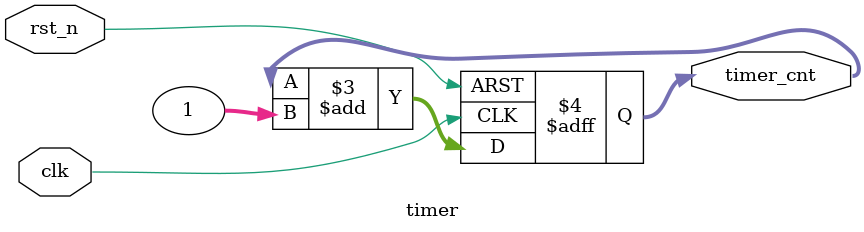
<source format=v>
module fpga_top(
  input   clk_in1_p,
  input   clk_in1_n,
  input   rst      ,
  input   uart_rxd ,
  output  uart_txd 
);
`ifndef SIM
reg rst_n;
//assign rst_n = ~rst;
wire locked;
clk_wiz_0 u_fpga_clk(
.oscclk1(clk),     // output clk
.reset(rst), // input reset
.locked(locked),       // output locked
.clk_in1_p(clk_in1_p),    // input clk_in1_p
.clk_in1_n(clk_in1_n));    // input clk_in1_
reg [19:0] lock_cnt;
always@(posedge clk or posedge rst)
    if(rst)
        lock_cnt <= 'b0;
    else if(lock_cnt=='h7a120)//20ns*'h7a120 = 10ms
        lock_cnt <= lock_cnt ;
    else if(locked)
        lock_cnt <= lock_cnt + 1;

always@(posedge clk or posedge rst)
    if(rst)
        rst_n <= 1'b0;
    else if(lock_cnt=='h7a120)//20ns*'h7a120 = 10ms
        rst_n <= 1'b1;
`else
bit clk;
bit rst_n;
always #10 clk = ~clk;
initial begin
  rst_n = 1'b0;
  #100;
  rst_n = 1'b1;
  #30us;
end
`endif

wire trdy;
wire [31:0] timer_cnt;

wire reg_uart_rx_we;
wire [31:0] reg_uart_rx_addr;
wire [31:0] reg_uart_rx_wdat;
wire [31:0] reg_uart_rx_rdat;

(*mark_debug="true"*)wire  reg_bus_we;
(*mark_debug="true"*)wire  [31:0] reg_bus_addr;
(*mark_debug="true"*)wire  [31:0] reg_bus_wdat;
(*mark_debug="true"*)wire  reg_bus_rd;
(*mark_debug="true"*)reg   [31:0] reg_bus_rdat;// = reg_bus_addr == 32'h80000100 ? trdy : 
                                               //  reg_bus_addr == 32'h80000120 ? reg_uart_rx_rdat :
                                               //  reg_bus_addr == 32'h80000200 ? timer_cnt :'h3;
always@(*)begin
  reg_bus_rdat = 3;//test
  casez(reg_bus_addr)
  32'h80000100 : reg_bus_rdat = {31'b0,trdy};
  32'h8000012? : reg_bus_rdat = reg_uart_rx_rdat;
  32'h80000200 : reg_bus_rdat = timer_cnt;
  endcase
end

assign reg_uart_rx_we   = reg_bus_addr[31:4] == (32'h80000120>>4) ? reg_bus_we :0;
assign reg_uart_rx_wdat = reg_bus_addr[31:4] == (32'h80000120>>4) ? reg_bus_wdat :0;
assign reg_uart_rx_addr = reg_bus_addr[31:4] == (32'h80000120>>4) ? reg_bus_addr :0;

(*mark_debug="true"*)wire iram_we    ;
(*mark_debug="true"*)wire [31:0] iram_waddr; 
(*mark_debug="true"*)wire [31:0] iram_wdata;

wire       uart_tvld  = reg_bus_addr == 32'h80000104 ? reg_bus_we : 0;
wire [7:0] uart_tdata = uart_tvld ? reg_bus_wdat : 0;
wire       uart_rvld;
wire [7:0] uart_rdata;
wire       intr = uart_rvld;
starsea_core u_starsea_core(
.clk(clk),
.rst_n(rst_n),
.iram_we      (iram_we     ),
.iram_waddr   (iram_waddr  ),
.iram_wdata   (iram_wdata  ),
.intr         (intr        ),
.reg_bus_we   (reg_bus_we  ),
.reg_bus_addr (reg_bus_addr),
.reg_bus_wdat (reg_bus_wdat),
.reg_bus_rd   (reg_bus_rd  ),
.reg_bus_rdat (reg_bus_rdat)
);

uart_tx #(.clk_freq ( 50_000_000 ),.baud_ratio ( 115200 )) u_uart_tx (

.clk          ( clk               ), // input
.rst_n        ( rst_n             ), // input
.tdata        ( uart_tdata  [7:0] ), // input
.tvld         ( uart_tvld         ), // input,

.txd          ( uart_txd          ), // output
.trdy         ( trdy              )  // output
);

uart_rx #(.clk_freq ( 50_000_000 ),.baud_ratio ( 115200 )) u_uart_rx (
.clk          ( clk               ), // input
.rst_n        ( rst_n             ), // input

.rxd          ( uart_rxd          ), // input
.rvld         ( uart_rvld         ), // output
.rdata        ( uart_rdata        ), // output

.reg_bus_we   ( reg_uart_rx_we  ),
.reg_bus_addr ( reg_uart_rx_addr),
.reg_bus_wdat ( reg_uart_rx_wdat),
.reg_bus_rdat ( reg_uart_rx_rdat)     

);



timer u_timer (

.clk          ( clk               ), // input
.rst_n        ( rst_n             ), // input
.timer_cnt    ( timer_cnt         )
);

endmodule

module uart_tx #(
    parameter clk_freq  = 27_000_000,
    parameter baud_ratio= 115200 
) (
	input		    clk,
	input		    rst_n,
	input[7:0]	tdata,
	input		    tvld,
(*mark_debug="true"*)	output reg	txd,
	output 		  trdy
);
localparam clk_div_num = clk_freq / baud_ratio;

reg [9:0]  tdata_buf;
reg [9:0]  clk_div_cnt;
reg 	     clk_div_cnt_en;
reg [3:0]  tbyte_cnt;
wire       tbit_done;
wire       tbyte_done;
always@(posedge clk or negedge rst_n)
	if(~rst_n)				tdata_buf <= 10'h3ff;
	else if(trdy & tvld)	tdata_buf <= {1'b1,tdata,1'b0};
	else if(tbit_done)   tdata_buf <= {2'b11,tdata_buf[8:1]};

assign txd = tdata_buf[0];

always@(posedge clk or negedge rst_n)
	if(~rst_n)					 clk_div_cnt_en <= 0;
	else if(tbyte_done ) clk_div_cnt_en <= 0;
	else if(trdy & tvld) clk_div_cnt_en <= 1;
      
always@(posedge clk or negedge rst_n)
	if(~rst_n)					clk_div_cnt <= 0;
	else if(clk_div_cnt ==clk_div_num)	clk_div_cnt <= 0;
	else if(clk_div_cnt_en)			clk_div_cnt <= clk_div_cnt + 1'b1;		

always@(posedge clk or negedge rst_n)
	if(~rst_n)					tbyte_cnt <= 4'b0;
	else if(tbyte_done )	tbyte_cnt <= 4'b0;
	else if(trdy & tvld)	tbyte_cnt <= tbyte_cnt + 1'b1;
	else if(tbit_done == 1)	tbyte_cnt <= tbyte_cnt + 1'b1;

assign tbit_done = clk_div_cnt==clk_div_num;
assign trdy = tbyte_cnt == 'd0;
assign tbyte_done = tbyte_cnt == 'd10 && tbit_done;
endmodule

module uart_rx #(
    parameter clk_freq  = 27_000_000,
    parameter baud_ratio= 115200 
) (
	input             clk,
	input             rst_n,
	output reg  [7:0] rdata,
	output reg        rvld,
	input             rxd,

  input         reg_bus_we         ,
  input  [31:0] reg_bus_addr       ,
  input  [31:0] reg_bus_wdat       ,
  output reg[31:0] reg_bus_rdat             
);
localparam clk_div_num = clk_freq / baud_ratio;

reg [15:0] rxd_ff;
always@(posedge clk or negedge rst_n)
  if(~rst_n)      rxd_ff <= 16'hffff;
  else            rxd_ff <= {rxd_ff[14:0],rxd};

reg rxd_final;
always@(posedge clk or negedge rst_n)
  if(~rst_n)         rxd_final <= 1'b1;
  else if(&rxd_ff)   rxd_final <= 1'b1;
  else if(~(|rxd_ff))rxd_final <= 1'b0;


reg [15:0] bit_time;
wire       bit_done;
reg [4:0] cstate;
reg [4:0] nstate;
localparam idle = 5'b0;
localparam start = 5'b1;
localparam bit0 = 5'h2;
localparam bit1 = 5'h3;
localparam bit2 = 5'h4;
localparam bit3 = 5'h5;
localparam bit4 = 5'h6;
localparam bit5 = 5'h7;
localparam bit6 = 5'h8;
localparam bit7 = 5'h9;
localparam stop = 5'ha;
always@(*)begin
  nstate = cstate;
  case(cstate)
  idle:  if(rxd_final==0)    nstate = start;
  start: if(bit_done) nstate=bit0;
  bit0:  if(bit_done) nstate=bit1;
  bit1:  if(bit_done) nstate=bit2;
  bit2:  if(bit_done) nstate=bit3;
  bit3:  if(bit_done) nstate=bit4;
  bit4:  if(bit_done) nstate=bit5;
  bit5:  if(bit_done) nstate=bit6;
  bit6:  if(bit_done) nstate=bit7;
  bit7:  if(bit_done) nstate=stop;
  stop:  if(bit_done) nstate=idle;
  endcase
end

always@(posedge clk or negedge rst_n)
  if(~rst_n)      cstate <= 5'b0;
  else            cstate <= nstate;

always@(posedge clk or negedge rst_n)
  if(~rst_n)                        bit_time <= 16'b0;
  else if(bit_time == clk_div_num)  bit_time <= 16'b0;
  else if(cstate != idle)           bit_time <= bit_time + 1'b1;

     
assign bit_done = bit_time==clk_div_num;

always@(posedge clk or negedge rst_n)
  if(~rst_n)      rdata <= 8'b0;
  else if(cstate != idle && cstate != start && cstate != stop)
    if(bit_time == clk_div_num/2)
        rdata <= {rxd_final,rdata[7:1]};

always@(posedge clk or negedge rst_n)
  if(~rst_n)     
    rvld <= 1'b0;
  else if(cstate == bit7 && bit_time == clk_div_num/2)
    rvld <=1'b1;
  else
    rvld <= 1'b0;

wire intr_flag_clr = reg_bus_we & (reg_bus_addr == 32'h80000124);
reg intr_flag;
always@(posedge clk or negedge rst_n)
  if(~rst_n)     
    intr_flag <= 1'b0;
  else if(intr_flag_clr)
    intr_flag <= 1'b0;
  else if(cstate == bit7 && bit_time == clk_div_num/2)
    intr_flag <= 1'b1;

reg [7:0] rdata_buf ;
always@(posedge clk or negedge rst_n)
  if(~rst_n)     
    rdata_buf <= 8'b0;
  else if(rvld)
    rdata_buf <= rdata;

always@(*)begin
  reg_bus_rdat = 0;
  case(reg_bus_addr)
  32'h80000120 : reg_bus_rdat = {31'b0,intr_flag};
  32'h80000124 : reg_bus_rdat = {32'b0,intr_flag_clr};
  32'h80000128 : reg_bus_rdat = {24'b0,rdata_buf};
  endcase
end

endmodule



module timer
(
	input		    clk,
	input		    rst_n,
	output reg[31:0]	timer_cnt
);

always@(posedge clk or negedge rst_n)
	if(~rst_n)					 timer_cnt <= 0;
	else                 timer_cnt <= timer_cnt +1; 
      
endmodule


</source>
